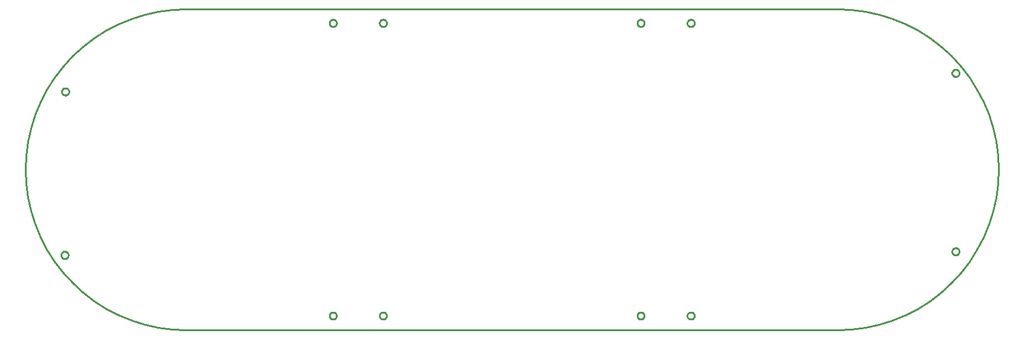
<source format=gbr>
G04 EAGLE Gerber RS-274X export*
G75*
%MOMM*%
%FSLAX34Y34*%
%LPD*%
%IN*%
%IPPOS*%
%AMOC8*
5,1,8,0,0,1.08239X$1,22.5*%
G01*
%ADD10C,0.254000*%


D10*
X-30000Y225000D02*
X-29144Y205390D01*
X-26582Y185929D01*
X-22333Y166766D01*
X-16431Y148045D01*
X-8919Y129911D01*
X144Y112500D01*
X10691Y95945D01*
X22640Y80373D01*
X35901Y65901D01*
X50373Y52640D01*
X65945Y40691D01*
X82500Y30144D01*
X99911Y21081D01*
X118045Y13569D01*
X136766Y7667D01*
X155929Y3418D01*
X175390Y856D01*
X195000Y0D01*
X1105000Y0D01*
X1124610Y856D01*
X1144071Y3418D01*
X1163234Y7667D01*
X1181955Y13569D01*
X1200089Y21081D01*
X1217500Y30144D01*
X1234055Y40691D01*
X1249627Y52640D01*
X1264099Y65901D01*
X1277360Y80373D01*
X1289309Y95945D01*
X1299856Y112500D01*
X1308919Y129911D01*
X1316431Y148045D01*
X1322333Y166766D01*
X1326582Y185929D01*
X1329144Y205390D01*
X1330000Y225000D01*
X1329144Y244610D01*
X1326582Y264071D01*
X1322333Y283234D01*
X1316431Y301955D01*
X1308919Y320089D01*
X1299856Y337500D01*
X1289309Y354055D01*
X1277360Y369627D01*
X1264099Y384099D01*
X1249627Y397360D01*
X1234055Y409309D01*
X1217500Y419856D01*
X1200089Y428919D01*
X1181955Y436431D01*
X1163234Y442333D01*
X1144071Y446582D01*
X1124610Y449144D01*
X1105000Y450000D01*
X195000Y450000D01*
X175390Y449144D01*
X155929Y446582D01*
X136766Y442333D01*
X118045Y436431D01*
X99911Y428919D01*
X82500Y419856D01*
X65945Y409309D01*
X50373Y397360D01*
X35901Y384099D01*
X22640Y369627D01*
X10691Y354055D01*
X144Y337500D01*
X-8919Y320089D01*
X-16431Y301955D01*
X-22333Y283234D01*
X-26582Y264071D01*
X-29144Y244610D01*
X-30000Y225000D01*
X31000Y333719D02*
X30937Y333161D01*
X30812Y332614D01*
X30627Y332084D01*
X30383Y331578D01*
X30084Y331102D01*
X29734Y330663D01*
X29337Y330266D01*
X28898Y329916D01*
X28422Y329617D01*
X27916Y329373D01*
X27386Y329188D01*
X26839Y329063D01*
X26281Y329000D01*
X25719Y329000D01*
X25161Y329063D01*
X24614Y329188D01*
X24084Y329373D01*
X23578Y329617D01*
X23102Y329916D01*
X22663Y330266D01*
X22266Y330663D01*
X21916Y331102D01*
X21617Y331578D01*
X21373Y332084D01*
X21188Y332614D01*
X21063Y333161D01*
X21000Y333719D01*
X21000Y334281D01*
X21063Y334839D01*
X21188Y335386D01*
X21373Y335916D01*
X21617Y336422D01*
X21916Y336898D01*
X22266Y337337D01*
X22663Y337734D01*
X23102Y338084D01*
X23578Y338383D01*
X24084Y338627D01*
X24614Y338812D01*
X25161Y338937D01*
X25719Y339000D01*
X26281Y339000D01*
X26839Y338937D01*
X27386Y338812D01*
X27916Y338627D01*
X28422Y338383D01*
X28898Y338084D01*
X29337Y337734D01*
X29734Y337337D01*
X30084Y336898D01*
X30383Y336422D01*
X30627Y335916D01*
X30812Y335386D01*
X30937Y334839D01*
X31000Y334281D01*
X31000Y333719D01*
X30000Y104719D02*
X29937Y104161D01*
X29812Y103614D01*
X29627Y103084D01*
X29383Y102578D01*
X29084Y102102D01*
X28734Y101663D01*
X28337Y101266D01*
X27898Y100916D01*
X27422Y100617D01*
X26916Y100373D01*
X26386Y100188D01*
X25839Y100063D01*
X25281Y100000D01*
X24719Y100000D01*
X24161Y100063D01*
X23614Y100188D01*
X23084Y100373D01*
X22578Y100617D01*
X22102Y100916D01*
X21663Y101266D01*
X21266Y101663D01*
X20916Y102102D01*
X20617Y102578D01*
X20373Y103084D01*
X20188Y103614D01*
X20063Y104161D01*
X20000Y104719D01*
X20000Y105281D01*
X20063Y105839D01*
X20188Y106386D01*
X20373Y106916D01*
X20617Y107422D01*
X20916Y107898D01*
X21266Y108337D01*
X21663Y108734D01*
X22102Y109084D01*
X22578Y109383D01*
X23084Y109627D01*
X23614Y109812D01*
X24161Y109937D01*
X24719Y110000D01*
X25281Y110000D01*
X25839Y109937D01*
X26386Y109812D01*
X26916Y109627D01*
X27422Y109383D01*
X27898Y109084D01*
X28337Y108734D01*
X28734Y108337D01*
X29084Y107898D01*
X29383Y107422D01*
X29627Y106916D01*
X29812Y106386D01*
X29937Y105839D01*
X30000Y105281D01*
X30000Y104719D01*
X405000Y429719D02*
X404937Y429161D01*
X404812Y428614D01*
X404627Y428084D01*
X404383Y427578D01*
X404084Y427102D01*
X403734Y426663D01*
X403337Y426266D01*
X402898Y425916D01*
X402422Y425617D01*
X401916Y425373D01*
X401386Y425188D01*
X400839Y425063D01*
X400281Y425000D01*
X399719Y425000D01*
X399161Y425063D01*
X398614Y425188D01*
X398084Y425373D01*
X397578Y425617D01*
X397102Y425916D01*
X396663Y426266D01*
X396266Y426663D01*
X395916Y427102D01*
X395617Y427578D01*
X395373Y428084D01*
X395188Y428614D01*
X395063Y429161D01*
X395000Y429719D01*
X395000Y430281D01*
X395063Y430839D01*
X395188Y431386D01*
X395373Y431916D01*
X395617Y432422D01*
X395916Y432898D01*
X396266Y433337D01*
X396663Y433734D01*
X397102Y434084D01*
X397578Y434383D01*
X398084Y434627D01*
X398614Y434812D01*
X399161Y434937D01*
X399719Y435000D01*
X400281Y435000D01*
X400839Y434937D01*
X401386Y434812D01*
X401916Y434627D01*
X402422Y434383D01*
X402898Y434084D01*
X403337Y433734D01*
X403734Y433337D01*
X404084Y432898D01*
X404383Y432422D01*
X404627Y431916D01*
X404812Y431386D01*
X404937Y430839D01*
X405000Y430281D01*
X405000Y429719D01*
X405000Y19719D02*
X404937Y19161D01*
X404812Y18614D01*
X404627Y18084D01*
X404383Y17578D01*
X404084Y17102D01*
X403734Y16663D01*
X403337Y16266D01*
X402898Y15916D01*
X402422Y15617D01*
X401916Y15373D01*
X401386Y15188D01*
X400839Y15063D01*
X400281Y15000D01*
X399719Y15000D01*
X399161Y15063D01*
X398614Y15188D01*
X398084Y15373D01*
X397578Y15617D01*
X397102Y15916D01*
X396663Y16266D01*
X396266Y16663D01*
X395916Y17102D01*
X395617Y17578D01*
X395373Y18084D01*
X395188Y18614D01*
X395063Y19161D01*
X395000Y19719D01*
X395000Y20281D01*
X395063Y20839D01*
X395188Y21386D01*
X395373Y21916D01*
X395617Y22422D01*
X395916Y22898D01*
X396266Y23337D01*
X396663Y23734D01*
X397102Y24084D01*
X397578Y24383D01*
X398084Y24627D01*
X398614Y24812D01*
X399161Y24937D01*
X399719Y25000D01*
X400281Y25000D01*
X400839Y24937D01*
X401386Y24812D01*
X401916Y24627D01*
X402422Y24383D01*
X402898Y24084D01*
X403337Y23734D01*
X403734Y23337D01*
X404084Y22898D01*
X404383Y22422D01*
X404627Y21916D01*
X404812Y21386D01*
X404937Y20839D01*
X405000Y20281D01*
X405000Y19719D01*
X475000Y429719D02*
X474937Y429161D01*
X474812Y428614D01*
X474627Y428084D01*
X474383Y427578D01*
X474084Y427102D01*
X473734Y426663D01*
X473337Y426266D01*
X472898Y425916D01*
X472422Y425617D01*
X471916Y425373D01*
X471386Y425188D01*
X470839Y425063D01*
X470281Y425000D01*
X469719Y425000D01*
X469161Y425063D01*
X468614Y425188D01*
X468084Y425373D01*
X467578Y425617D01*
X467102Y425916D01*
X466663Y426266D01*
X466266Y426663D01*
X465916Y427102D01*
X465617Y427578D01*
X465373Y428084D01*
X465188Y428614D01*
X465063Y429161D01*
X465000Y429719D01*
X465000Y430281D01*
X465063Y430839D01*
X465188Y431386D01*
X465373Y431916D01*
X465617Y432422D01*
X465916Y432898D01*
X466266Y433337D01*
X466663Y433734D01*
X467102Y434084D01*
X467578Y434383D01*
X468084Y434627D01*
X468614Y434812D01*
X469161Y434937D01*
X469719Y435000D01*
X470281Y435000D01*
X470839Y434937D01*
X471386Y434812D01*
X471916Y434627D01*
X472422Y434383D01*
X472898Y434084D01*
X473337Y433734D01*
X473734Y433337D01*
X474084Y432898D01*
X474383Y432422D01*
X474627Y431916D01*
X474812Y431386D01*
X474937Y430839D01*
X475000Y430281D01*
X475000Y429719D01*
X475000Y19719D02*
X474937Y19161D01*
X474812Y18614D01*
X474627Y18084D01*
X474383Y17578D01*
X474084Y17102D01*
X473734Y16663D01*
X473337Y16266D01*
X472898Y15916D01*
X472422Y15617D01*
X471916Y15373D01*
X471386Y15188D01*
X470839Y15063D01*
X470281Y15000D01*
X469719Y15000D01*
X469161Y15063D01*
X468614Y15188D01*
X468084Y15373D01*
X467578Y15617D01*
X467102Y15916D01*
X466663Y16266D01*
X466266Y16663D01*
X465916Y17102D01*
X465617Y17578D01*
X465373Y18084D01*
X465188Y18614D01*
X465063Y19161D01*
X465000Y19719D01*
X465000Y20281D01*
X465063Y20839D01*
X465188Y21386D01*
X465373Y21916D01*
X465617Y22422D01*
X465916Y22898D01*
X466266Y23337D01*
X466663Y23734D01*
X467102Y24084D01*
X467578Y24383D01*
X468084Y24627D01*
X468614Y24812D01*
X469161Y24937D01*
X469719Y25000D01*
X470281Y25000D01*
X470839Y24937D01*
X471386Y24812D01*
X471916Y24627D01*
X472422Y24383D01*
X472898Y24084D01*
X473337Y23734D01*
X473734Y23337D01*
X474084Y22898D01*
X474383Y22422D01*
X474627Y21916D01*
X474812Y21386D01*
X474937Y20839D01*
X475000Y20281D01*
X475000Y19719D01*
X835000Y19719D02*
X834937Y19161D01*
X834812Y18614D01*
X834627Y18084D01*
X834383Y17578D01*
X834084Y17102D01*
X833734Y16663D01*
X833337Y16266D01*
X832898Y15916D01*
X832422Y15617D01*
X831916Y15373D01*
X831386Y15188D01*
X830839Y15063D01*
X830281Y15000D01*
X829719Y15000D01*
X829161Y15063D01*
X828614Y15188D01*
X828084Y15373D01*
X827578Y15617D01*
X827102Y15916D01*
X826663Y16266D01*
X826266Y16663D01*
X825916Y17102D01*
X825617Y17578D01*
X825373Y18084D01*
X825188Y18614D01*
X825063Y19161D01*
X825000Y19719D01*
X825000Y20281D01*
X825063Y20839D01*
X825188Y21386D01*
X825373Y21916D01*
X825617Y22422D01*
X825916Y22898D01*
X826266Y23337D01*
X826663Y23734D01*
X827102Y24084D01*
X827578Y24383D01*
X828084Y24627D01*
X828614Y24812D01*
X829161Y24937D01*
X829719Y25000D01*
X830281Y25000D01*
X830839Y24937D01*
X831386Y24812D01*
X831916Y24627D01*
X832422Y24383D01*
X832898Y24084D01*
X833337Y23734D01*
X833734Y23337D01*
X834084Y22898D01*
X834383Y22422D01*
X834627Y21916D01*
X834812Y21386D01*
X834937Y20839D01*
X835000Y20281D01*
X835000Y19719D01*
X835000Y429719D02*
X834937Y429161D01*
X834812Y428614D01*
X834627Y428084D01*
X834383Y427578D01*
X834084Y427102D01*
X833734Y426663D01*
X833337Y426266D01*
X832898Y425916D01*
X832422Y425617D01*
X831916Y425373D01*
X831386Y425188D01*
X830839Y425063D01*
X830281Y425000D01*
X829719Y425000D01*
X829161Y425063D01*
X828614Y425188D01*
X828084Y425373D01*
X827578Y425617D01*
X827102Y425916D01*
X826663Y426266D01*
X826266Y426663D01*
X825916Y427102D01*
X825617Y427578D01*
X825373Y428084D01*
X825188Y428614D01*
X825063Y429161D01*
X825000Y429719D01*
X825000Y430281D01*
X825063Y430839D01*
X825188Y431386D01*
X825373Y431916D01*
X825617Y432422D01*
X825916Y432898D01*
X826266Y433337D01*
X826663Y433734D01*
X827102Y434084D01*
X827578Y434383D01*
X828084Y434627D01*
X828614Y434812D01*
X829161Y434937D01*
X829719Y435000D01*
X830281Y435000D01*
X830839Y434937D01*
X831386Y434812D01*
X831916Y434627D01*
X832422Y434383D01*
X832898Y434084D01*
X833337Y433734D01*
X833734Y433337D01*
X834084Y432898D01*
X834383Y432422D01*
X834627Y431916D01*
X834812Y431386D01*
X834937Y430839D01*
X835000Y430281D01*
X835000Y429719D01*
X905000Y429719D02*
X904937Y429161D01*
X904812Y428614D01*
X904627Y428084D01*
X904383Y427578D01*
X904084Y427102D01*
X903734Y426663D01*
X903337Y426266D01*
X902898Y425916D01*
X902422Y425617D01*
X901916Y425373D01*
X901386Y425188D01*
X900839Y425063D01*
X900281Y425000D01*
X899719Y425000D01*
X899161Y425063D01*
X898614Y425188D01*
X898084Y425373D01*
X897578Y425617D01*
X897102Y425916D01*
X896663Y426266D01*
X896266Y426663D01*
X895916Y427102D01*
X895617Y427578D01*
X895373Y428084D01*
X895188Y428614D01*
X895063Y429161D01*
X895000Y429719D01*
X895000Y430281D01*
X895063Y430839D01*
X895188Y431386D01*
X895373Y431916D01*
X895617Y432422D01*
X895916Y432898D01*
X896266Y433337D01*
X896663Y433734D01*
X897102Y434084D01*
X897578Y434383D01*
X898084Y434627D01*
X898614Y434812D01*
X899161Y434937D01*
X899719Y435000D01*
X900281Y435000D01*
X900839Y434937D01*
X901386Y434812D01*
X901916Y434627D01*
X902422Y434383D01*
X902898Y434084D01*
X903337Y433734D01*
X903734Y433337D01*
X904084Y432898D01*
X904383Y432422D01*
X904627Y431916D01*
X904812Y431386D01*
X904937Y430839D01*
X905000Y430281D01*
X905000Y429719D01*
X905000Y19719D02*
X904937Y19161D01*
X904812Y18614D01*
X904627Y18084D01*
X904383Y17578D01*
X904084Y17102D01*
X903734Y16663D01*
X903337Y16266D01*
X902898Y15916D01*
X902422Y15617D01*
X901916Y15373D01*
X901386Y15188D01*
X900839Y15063D01*
X900281Y15000D01*
X899719Y15000D01*
X899161Y15063D01*
X898614Y15188D01*
X898084Y15373D01*
X897578Y15617D01*
X897102Y15916D01*
X896663Y16266D01*
X896266Y16663D01*
X895916Y17102D01*
X895617Y17578D01*
X895373Y18084D01*
X895188Y18614D01*
X895063Y19161D01*
X895000Y19719D01*
X895000Y20281D01*
X895063Y20839D01*
X895188Y21386D01*
X895373Y21916D01*
X895617Y22422D01*
X895916Y22898D01*
X896266Y23337D01*
X896663Y23734D01*
X897102Y24084D01*
X897578Y24383D01*
X898084Y24627D01*
X898614Y24812D01*
X899161Y24937D01*
X899719Y25000D01*
X900281Y25000D01*
X900839Y24937D01*
X901386Y24812D01*
X901916Y24627D01*
X902422Y24383D01*
X902898Y24084D01*
X903337Y23734D01*
X903734Y23337D01*
X904084Y22898D01*
X904383Y22422D01*
X904627Y21916D01*
X904812Y21386D01*
X904937Y20839D01*
X905000Y20281D01*
X905000Y19719D01*
X1275000Y109719D02*
X1274937Y109161D01*
X1274812Y108614D01*
X1274627Y108084D01*
X1274383Y107578D01*
X1274084Y107102D01*
X1273734Y106663D01*
X1273337Y106266D01*
X1272898Y105916D01*
X1272422Y105617D01*
X1271916Y105373D01*
X1271386Y105188D01*
X1270839Y105063D01*
X1270281Y105000D01*
X1269719Y105000D01*
X1269161Y105063D01*
X1268614Y105188D01*
X1268084Y105373D01*
X1267578Y105617D01*
X1267102Y105916D01*
X1266663Y106266D01*
X1266266Y106663D01*
X1265916Y107102D01*
X1265617Y107578D01*
X1265373Y108084D01*
X1265188Y108614D01*
X1265063Y109161D01*
X1265000Y109719D01*
X1265000Y110281D01*
X1265063Y110839D01*
X1265188Y111386D01*
X1265373Y111916D01*
X1265617Y112422D01*
X1265916Y112898D01*
X1266266Y113337D01*
X1266663Y113734D01*
X1267102Y114084D01*
X1267578Y114383D01*
X1268084Y114627D01*
X1268614Y114812D01*
X1269161Y114937D01*
X1269719Y115000D01*
X1270281Y115000D01*
X1270839Y114937D01*
X1271386Y114812D01*
X1271916Y114627D01*
X1272422Y114383D01*
X1272898Y114084D01*
X1273337Y113734D01*
X1273734Y113337D01*
X1274084Y112898D01*
X1274383Y112422D01*
X1274627Y111916D01*
X1274812Y111386D01*
X1274937Y110839D01*
X1275000Y110281D01*
X1275000Y109719D01*
X1275000Y359719D02*
X1274937Y359161D01*
X1274812Y358614D01*
X1274627Y358084D01*
X1274383Y357578D01*
X1274084Y357102D01*
X1273734Y356663D01*
X1273337Y356266D01*
X1272898Y355916D01*
X1272422Y355617D01*
X1271916Y355373D01*
X1271386Y355188D01*
X1270839Y355063D01*
X1270281Y355000D01*
X1269719Y355000D01*
X1269161Y355063D01*
X1268614Y355188D01*
X1268084Y355373D01*
X1267578Y355617D01*
X1267102Y355916D01*
X1266663Y356266D01*
X1266266Y356663D01*
X1265916Y357102D01*
X1265617Y357578D01*
X1265373Y358084D01*
X1265188Y358614D01*
X1265063Y359161D01*
X1265000Y359719D01*
X1265000Y360281D01*
X1265063Y360839D01*
X1265188Y361386D01*
X1265373Y361916D01*
X1265617Y362422D01*
X1265916Y362898D01*
X1266266Y363337D01*
X1266663Y363734D01*
X1267102Y364084D01*
X1267578Y364383D01*
X1268084Y364627D01*
X1268614Y364812D01*
X1269161Y364937D01*
X1269719Y365000D01*
X1270281Y365000D01*
X1270839Y364937D01*
X1271386Y364812D01*
X1271916Y364627D01*
X1272422Y364383D01*
X1272898Y364084D01*
X1273337Y363734D01*
X1273734Y363337D01*
X1274084Y362898D01*
X1274383Y362422D01*
X1274627Y361916D01*
X1274812Y361386D01*
X1274937Y360839D01*
X1275000Y360281D01*
X1275000Y359719D01*
M02*

</source>
